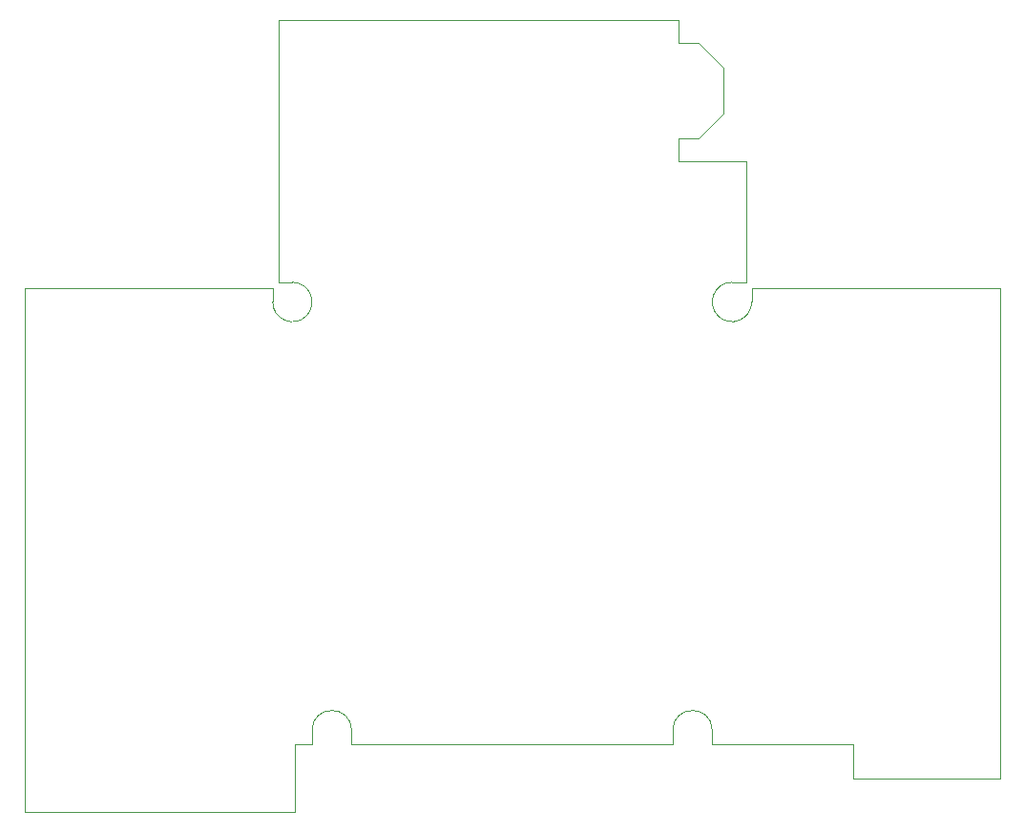
<source format=gbr>
%TF.GenerationSoftware,KiCad,Pcbnew,(5.1.2)-1*%
%TF.CreationDate,2019-11-09T14:12:44+01:00*%
%TF.ProjectId,sensactHsIO,73656e73-6163-4744-9873-494f2e6b6963,rev?*%
%TF.SameCoordinates,Original*%
%TF.FileFunction,Profile,NP*%
%FSLAX46Y46*%
G04 Gerber Fmt 4.6, Leading zero omitted, Abs format (unit mm)*
G04 Created by KiCad (PCBNEW (5.1.2)-1) date 2019-11-09 14:12:44*
%MOMM*%
%LPD*%
G04 APERTURE LIST*
%ADD10C,0.050000*%
G04 APERTURE END LIST*
D10*
X114750000Y-44500000D02*
X114750000Y-46500000D01*
X116500000Y-44500000D02*
X114750000Y-44500000D01*
X118750000Y-42250000D02*
X116500000Y-44500000D01*
X118750000Y-38250000D02*
X118750000Y-42250000D01*
X116500000Y-36000000D02*
X118750000Y-38250000D01*
X114750000Y-36000000D02*
X116500000Y-36000000D01*
X114750000Y-34000000D02*
X114750000Y-36000000D01*
X79250000Y-34000000D02*
X79250000Y-57250000D01*
X80750000Y-104250000D02*
X80750000Y-98250000D01*
X56750000Y-57750000D02*
X56750000Y-104250000D01*
X78750000Y-57750000D02*
X56750000Y-57750000D01*
X114750000Y-34000000D02*
X79250000Y-34000000D01*
X143250000Y-101250000D02*
X143250000Y-57750000D01*
X130250000Y-98250000D02*
X130250000Y-101250000D01*
X143250000Y-57750000D02*
X121250000Y-57750000D01*
X130250000Y-101250000D02*
X143250000Y-101250000D01*
X114250000Y-98250000D02*
X85750000Y-98250000D01*
X80750000Y-104250000D02*
X56750000Y-104250000D01*
X120750000Y-57250000D02*
X120750000Y-46500000D01*
X120750000Y-57250000D02*
X119500000Y-57250000D01*
X120750000Y-46500000D02*
X114750000Y-46500000D01*
X121250000Y-59000000D02*
G75*
G02X119500000Y-57250000I-1750000J0D01*
G01*
X117750000Y-97000000D02*
X117750000Y-98250000D01*
X82250000Y-98250000D02*
X80750000Y-98250000D01*
X82250000Y-97000000D02*
X82250000Y-98250000D01*
X82250000Y-97000000D02*
G75*
G02X85750000Y-97000000I1750000J0D01*
G01*
X85750000Y-97000000D02*
X85750000Y-98250000D01*
X78750000Y-57750000D02*
X78750000Y-59000000D01*
X114250000Y-97000000D02*
G75*
G02X117750000Y-97000000I1750000J0D01*
G01*
X80500000Y-57250000D02*
X79250000Y-57250000D01*
X80500000Y-57250000D02*
G75*
G02X78750000Y-59000000I0J-1750000D01*
G01*
X117750000Y-98250000D02*
X130250000Y-98250000D01*
X121250000Y-59000000D02*
X121250000Y-57750000D01*
X114250000Y-97000000D02*
X114250000Y-98250000D01*
M02*

</source>
